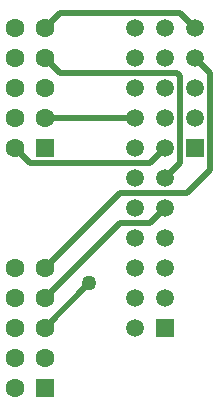
<source format=gbr>
%TF.GenerationSoftware,Altium Limited,Altium Designer,23.7.1 (13)*%
G04 Layer_Physical_Order=2*
G04 Layer_Color=16711680*
%FSLAX45Y45*%
%MOMM*%
%TF.SameCoordinates,25FEA040-87FC-4766-ABD7-6AF3FFDF4EEB*%
%TF.FilePolarity,Positive*%
%TF.FileFunction,Copper,L2,Bot,Signal*%
%TF.Part,Single*%
G01*
G75*
%TA.AperFunction,Conductor*%
%ADD10C,0.50800*%
%TA.AperFunction,ComponentPad*%
%ADD11C,1.50000*%
%ADD12R,1.50000X1.50000*%
%ADD13C,1.60000*%
%ADD14R,1.60000X1.60000*%
%TA.AperFunction,ViaPad*%
%ADD15C,1.27000*%
D10*
X5080000Y5842000D02*
X5207000Y5715000D01*
X5229158D01*
X5232958Y5711200D02*
X5435042D01*
X5438842Y5715000D02*
X6223000D01*
X5229158D02*
X5232958Y5711200D01*
X5435042D02*
X5438842Y5715000D01*
X6223000D02*
X6350000Y5842000D01*
X5969000Y5461000D02*
X6540500D01*
X6731000Y5651500D02*
Y6477000D01*
X6540500Y5461000D02*
X6731000Y5651500D01*
X6350000Y5588000D02*
X6477000Y5715000D01*
Y6451600D01*
X6451600Y6477000D02*
X6477000Y6451600D01*
X5461000Y6477000D02*
X6451600D01*
X5334000Y6604000D02*
X5461000Y6477000D01*
X5334000Y4318000D02*
X5709920Y4693920D01*
X5334000Y4826000D02*
X5969000Y5461000D01*
X6604000Y6604000D02*
X6731000Y6477000D01*
X5334000Y4572000D02*
X5969000Y5207000D01*
X6223000D01*
X6350000Y5334000D01*
X6477000Y6985000D02*
X6604000Y6858000D01*
X5461000Y6985000D02*
X6477000D01*
X5334000Y6858000D02*
X5461000Y6985000D01*
X5334000Y6096000D02*
X6096000D01*
D11*
Y6858000D02*
D03*
X6350000D02*
D03*
X6096000Y6604000D02*
D03*
X6350000D02*
D03*
X6096000Y6350000D02*
D03*
X6350000D02*
D03*
X6096000Y6096000D02*
D03*
X6350000D02*
D03*
X6096000Y5842000D02*
D03*
X6350000D02*
D03*
X6096000Y5588000D02*
D03*
X6350000D02*
D03*
X6096000Y5334000D02*
D03*
X6350000D02*
D03*
X6096000Y5080000D02*
D03*
X6350000D02*
D03*
X6096000Y4826000D02*
D03*
X6350000D02*
D03*
X6096000Y4572000D02*
D03*
X6350000D02*
D03*
X6096000Y4318000D02*
D03*
X6604000Y6858000D02*
D03*
Y6604000D02*
D03*
Y6350000D02*
D03*
Y6096000D02*
D03*
D12*
X6350000Y4318000D02*
D03*
X6604000Y5842000D02*
D03*
D13*
X5080000Y6858000D02*
D03*
Y6604000D02*
D03*
X5334000Y6858000D02*
D03*
Y6604000D02*
D03*
X5080000Y6350000D02*
D03*
X5334000D02*
D03*
X5080000Y6096000D02*
D03*
X5334000D02*
D03*
X5080000Y5842000D02*
D03*
Y4826000D02*
D03*
Y4572000D02*
D03*
X5334000Y4826000D02*
D03*
Y4572000D02*
D03*
X5080000Y4318000D02*
D03*
X5334000D02*
D03*
X5080000Y4064000D02*
D03*
X5334000D02*
D03*
X5080000Y3810000D02*
D03*
D14*
X5334000Y5842000D02*
D03*
Y3810000D02*
D03*
D15*
X5709920Y4693920D02*
D03*
%TF.MD5,81ad6d7f54f1ccb148cf0b67f76eb618*%
M02*

</source>
